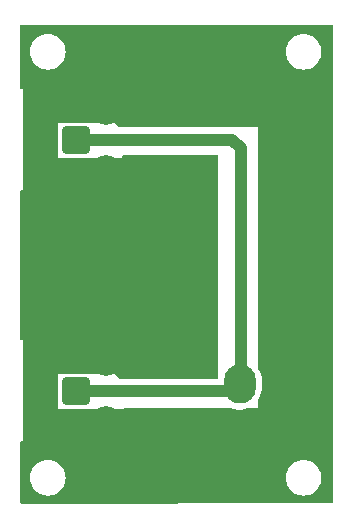
<source format=gbr>
%TF.GenerationSoftware,KiCad,Pcbnew,7.0.1*%
%TF.CreationDate,2023-11-03T16:47:46+00:00*%
%TF.ProjectId,SMA_Kondensator_Tets,534d415f-4b6f-46e6-9465-6e7361746f72,rev?*%
%TF.SameCoordinates,Original*%
%TF.FileFunction,Copper,L1,Top*%
%TF.FilePolarity,Positive*%
%FSLAX46Y46*%
G04 Gerber Fmt 4.6, Leading zero omitted, Abs format (unit mm)*
G04 Created by KiCad (PCBNEW 7.0.1) date 2023-11-03 16:47:46*
%MOMM*%
%LPD*%
G01*
G04 APERTURE LIST*
G04 Aperture macros list*
%AMRoundRect*
0 Rectangle with rounded corners*
0 $1 Rounding radius*
0 $2 $3 $4 $5 $6 $7 $8 $9 X,Y pos of 4 corners*
0 Add a 4 corners polygon primitive as box body*
4,1,4,$2,$3,$4,$5,$6,$7,$8,$9,$2,$3,0*
0 Add four circle primitives for the rounded corners*
1,1,$1+$1,$2,$3*
1,1,$1+$1,$4,$5*
1,1,$1+$1,$6,$7*
1,1,$1+$1,$8,$9*
0 Add four rect primitives between the rounded corners*
20,1,$1+$1,$2,$3,$4,$5,0*
20,1,$1+$1,$4,$5,$6,$7,0*
20,1,$1+$1,$6,$7,$8,$9,0*
20,1,$1+$1,$8,$9,$2,$3,0*%
G04 Aperture macros list end*
%TA.AperFunction,ComponentPad*%
%ADD10RoundRect,0.200100X0.949900X-0.949900X0.949900X0.949900X-0.949900X0.949900X-0.949900X-0.949900X0*%
%TD*%
%TA.AperFunction,ComponentPad*%
%ADD11C,2.500000*%
%TD*%
%TA.AperFunction,ComponentPad*%
%ADD12RoundRect,0.250001X1.099999X1.399999X-1.099999X1.399999X-1.099999X-1.399999X1.099999X-1.399999X0*%
%TD*%
%TA.AperFunction,ComponentPad*%
%ADD13O,2.700000X3.300000*%
%TD*%
%TA.AperFunction,SMDPad,CuDef*%
%ADD14RoundRect,0.250000X0.700000X-0.275000X0.700000X0.275000X-0.700000X0.275000X-0.700000X-0.275000X0*%
%TD*%
%TA.AperFunction,ViaPad*%
%ADD15C,0.800000*%
%TD*%
%TA.AperFunction,Conductor*%
%ADD16C,1.000000*%
%TD*%
%TA.AperFunction,Conductor*%
%ADD17C,2.000000*%
%TD*%
%TA.AperFunction,Conductor*%
%ADD18C,3.000000*%
%TD*%
%TA.AperFunction,Conductor*%
%ADD19C,0.250000*%
%TD*%
%TA.AperFunction,Conductor*%
%ADD20C,8.000000*%
%TD*%
G04 APERTURE END LIST*
D10*
%TO.P,J2,1,Pin_1*%
%TO.N,Net-(J1-Pin_1)*%
X117620000Y-68430000D03*
D11*
%TO.P,J2,2,Pin_2*%
%TO.N,GND*%
X115080000Y-70970000D03*
X120160000Y-70970000D03*
X115080000Y-65890000D03*
X120160000Y-65890000D03*
%TD*%
D10*
%TO.P,J1,1,Pin_1*%
%TO.N,Net-(J1-Pin_1)*%
X117650000Y-89680000D03*
D11*
%TO.P,J1,2,Pin_2*%
%TO.N,GND*%
X115110000Y-92220000D03*
X120190000Y-92220000D03*
X115110000Y-87140000D03*
X120190000Y-87140000D03*
%TD*%
D12*
%TO.P,J4,1,Pin_1*%
%TO.N,GND*%
X131530000Y-94640000D03*
D13*
%TO.P,J4,2,Pin_2*%
%TO.N,Net-(J1-Pin_1)*%
X131530000Y-89140000D03*
%TD*%
D14*
%TO.P,J3,1,Pin_1*%
%TO.N,GND*%
X125660000Y-92845000D03*
%TO.P,J3,2,Pin_2*%
%TO.N,Net-(J1-Pin_1)*%
X125660000Y-89695000D03*
%TD*%
D15*
%TO.N,GND*%
X125200000Y-95250000D03*
X127990000Y-95240000D03*
X117900000Y-95190000D03*
X119340000Y-95190000D03*
X126580000Y-95260000D03*
X122160000Y-95210000D03*
X120830000Y-95230000D03*
X123600000Y-95240000D03*
X123880000Y-83710000D03*
X115380000Y-81610000D03*
X126870000Y-83730000D03*
X126880000Y-81640000D03*
X116820000Y-81640000D03*
X121080000Y-81660000D03*
X125430000Y-83730000D03*
X118190000Y-83750000D03*
X115370000Y-83730000D03*
X116700000Y-83710000D03*
X122540000Y-81630000D03*
X121090000Y-83720000D03*
X119630000Y-83750000D03*
X118150000Y-81620000D03*
X123950000Y-81610000D03*
X119640000Y-81660000D03*
X122500000Y-83700000D03*
X125330000Y-81620000D03*
X124000000Y-79690000D03*
X115500000Y-77590000D03*
X126990000Y-79710000D03*
X127000000Y-77620000D03*
X116940000Y-77620000D03*
X121200000Y-77640000D03*
X125550000Y-79710000D03*
X118310000Y-79730000D03*
X115490000Y-79710000D03*
X116820000Y-79690000D03*
X122660000Y-77610000D03*
X121210000Y-79700000D03*
X119750000Y-79730000D03*
X118270000Y-77600000D03*
X124070000Y-77590000D03*
X119760000Y-77640000D03*
X122620000Y-79680000D03*
X125450000Y-77600000D03*
X123780000Y-75450000D03*
X115280000Y-73350000D03*
X126770000Y-75470000D03*
X126780000Y-73380000D03*
X116720000Y-73380000D03*
X120980000Y-73400000D03*
X125330000Y-75470000D03*
X118090000Y-75490000D03*
X115270000Y-75470000D03*
X116600000Y-75450000D03*
X122440000Y-73370000D03*
X120990000Y-75460000D03*
X119530000Y-75490000D03*
X118050000Y-73360000D03*
X123850000Y-73350000D03*
X119540000Y-73400000D03*
X122400000Y-75440000D03*
X125230000Y-73360000D03*
X136530000Y-77610000D03*
X136530000Y-69040000D03*
X136530000Y-83440000D03*
X136520000Y-71810000D03*
X136480000Y-92090000D03*
X136540000Y-67440000D03*
X136480000Y-74740000D03*
X136500000Y-80540000D03*
X136500000Y-89270000D03*
X136540000Y-86230000D03*
X136500000Y-70480000D03*
X136500000Y-63190000D03*
X136510000Y-76200000D03*
X136480000Y-73300000D03*
X136480000Y-93530000D03*
X136520000Y-78990000D03*
X136520000Y-90600000D03*
X136530000Y-87830000D03*
X136550000Y-84850000D03*
X136550000Y-66060000D03*
X136500000Y-81980000D03*
X136530000Y-64650000D03*
X126010000Y-63210000D03*
X118880000Y-63240000D03*
X121750000Y-63190000D03*
X117500000Y-63230000D03*
X123190000Y-63190000D03*
X120290000Y-63220000D03*
X133300000Y-63210000D03*
X134740000Y-63210000D03*
X131840000Y-63240000D03*
X130430000Y-63260000D03*
X127450000Y-63240000D03*
X129050000Y-63250000D03*
X124680000Y-63230000D03*
X114080000Y-82080000D03*
X114080000Y-74790000D03*
X114080000Y-73350000D03*
X114110000Y-76250000D03*
X114130000Y-77660000D03*
X114110000Y-80640000D03*
X114120000Y-79040000D03*
X114100000Y-83410000D03*
X125670000Y-98270000D03*
X118540000Y-98300000D03*
X121410000Y-98250000D03*
X117160000Y-98290000D03*
X122850000Y-98250000D03*
X119950000Y-98280000D03*
X132960000Y-98270000D03*
X134400000Y-98270000D03*
X131500000Y-98300000D03*
X130090000Y-98320000D03*
X127110000Y-98300000D03*
X128710000Y-98310000D03*
X124340000Y-98290000D03*
X138560000Y-90260000D03*
X138540000Y-94520000D03*
X138540000Y-93080000D03*
X138560000Y-82970000D03*
X138560000Y-81530000D03*
X138590000Y-84430000D03*
X138610000Y-85840000D03*
X138590000Y-88820000D03*
X138600000Y-87220000D03*
X138580000Y-91590000D03*
X138560000Y-71470000D03*
X138590000Y-78600000D03*
X138540000Y-75730000D03*
X138580000Y-79980000D03*
X138540000Y-74290000D03*
X138570000Y-77190000D03*
X138560000Y-64180000D03*
X138560000Y-62740000D03*
X138590000Y-65640000D03*
X138610000Y-67050000D03*
X138590000Y-70030000D03*
X138600000Y-68430000D03*
X138580000Y-72800000D03*
X134710000Y-59590000D03*
X130400000Y-59640000D03*
X133270000Y-59590000D03*
X129020000Y-59630000D03*
X131810000Y-59620000D03*
X124650000Y-59610000D03*
X123160000Y-59570000D03*
X127420000Y-59620000D03*
X125980000Y-59590000D03*
X118850000Y-59620000D03*
X121720000Y-59570000D03*
X117470000Y-59610000D03*
X120260000Y-59600000D03*
X133870000Y-84450000D03*
X129050000Y-70160000D03*
X126500000Y-66720000D03*
X129260000Y-83200000D03*
X133780000Y-72280000D03*
X132390000Y-91650000D03*
X125020000Y-88240000D03*
X123710000Y-66730000D03*
X133730000Y-71050000D03*
X129240000Y-75010000D03*
X127960000Y-66690000D03*
X126260000Y-70170000D03*
X125090000Y-66740000D03*
X133840000Y-77500000D03*
X133830000Y-73540000D03*
X133860000Y-83030000D03*
X133850000Y-76180000D03*
X134040000Y-90910000D03*
X132220000Y-66710000D03*
X123210000Y-91690000D03*
X123120000Y-88230000D03*
X133940000Y-88460000D03*
X133660000Y-66740000D03*
X129260000Y-77650000D03*
X133900000Y-78870000D03*
X129250000Y-76390000D03*
X133840000Y-74920000D03*
X133920000Y-80180000D03*
X133640000Y-68300000D03*
X129190000Y-73750000D03*
X129090000Y-71300000D03*
X129140000Y-72520000D03*
X129260000Y-80300000D03*
X130490000Y-91640000D03*
X126730000Y-88230000D03*
X129270000Y-84500000D03*
X124800000Y-70200000D03*
X129240000Y-85990000D03*
X129230000Y-87360000D03*
X133880000Y-81620000D03*
X129270000Y-81670000D03*
X133680000Y-69830000D03*
X129250000Y-78970000D03*
X127640000Y-70180000D03*
X123360000Y-70200000D03*
X129400000Y-66690000D03*
X128300000Y-91720000D03*
X133880000Y-85920000D03*
X125110000Y-91700000D03*
X128210000Y-88260000D03*
X130890000Y-66730000D03*
X126820000Y-91690000D03*
%TD*%
D16*
%TO.N,Net-(J1-Pin_1)*%
X123470000Y-89680000D02*
X117650000Y-89680000D01*
X131615000Y-89695000D02*
X131620000Y-89690000D01*
X131620000Y-89690000D02*
X131620000Y-69180000D01*
X125660000Y-89695000D02*
X131615000Y-89695000D01*
X126210000Y-89680000D02*
X123470000Y-89680000D01*
X123470000Y-89680000D02*
X125645000Y-89680000D01*
X130870000Y-68430000D02*
X117620000Y-68430000D01*
X131620000Y-69180000D02*
X130870000Y-68430000D01*
X125645000Y-89680000D02*
X125660000Y-89695000D01*
D17*
%TO.N,GND*%
X114530000Y-92820000D02*
X114470000Y-92880000D01*
D18*
X115470000Y-65500000D02*
X115080000Y-65890000D01*
D19*
X115110000Y-87140000D02*
X120190000Y-87140000D01*
D18*
X122000000Y-86760000D02*
X122310000Y-86760000D01*
X121580000Y-65500000D02*
X115470000Y-65500000D01*
D19*
X115080000Y-65890000D02*
X115080000Y-70970000D01*
D18*
X121760000Y-71400000D02*
X114620000Y-71400000D01*
D19*
X115110000Y-92220000D02*
X120190000Y-92220000D01*
X115110000Y-71000000D02*
X115080000Y-70970000D01*
X115110000Y-87140000D02*
X115110000Y-92220000D01*
D16*
X133320000Y-93880000D02*
X131930000Y-95270000D01*
D19*
X115080000Y-70970000D02*
X120160000Y-70970000D01*
D20*
X122640000Y-95260000D02*
X130125000Y-95260000D01*
D18*
X124630000Y-92710000D02*
X114830000Y-92710000D01*
X127180000Y-95260000D02*
X124630000Y-92710000D01*
D19*
X115110000Y-87140000D02*
X115110000Y-71000000D01*
D18*
X122310000Y-86760000D02*
X114860000Y-86760000D01*
X114610000Y-64695000D02*
X114610000Y-82165000D01*
D19*
X115080000Y-65890000D02*
X120160000Y-65890000D01*
D18*
X114630000Y-75180000D02*
X114630000Y-92650000D01*
D17*
X114860000Y-86760000D02*
X114800000Y-86820000D01*
%TD*%
%TA.AperFunction,Conductor*%
%TO.N,GND*%
G36*
X139357500Y-58702113D02*
G01*
X139402887Y-58747500D01*
X139419500Y-58809500D01*
X139419500Y-72421944D01*
X139360274Y-99106368D01*
X139343585Y-99168225D01*
X139298248Y-99213495D01*
X139236367Y-99230093D01*
X113044593Y-99249830D01*
X112982554Y-99233248D01*
X112937128Y-99187857D01*
X112920500Y-99125830D01*
X112920500Y-97059999D01*
X113750686Y-97059999D01*
X113769268Y-97296110D01*
X113824556Y-97526404D01*
X113879258Y-97658465D01*
X113915191Y-97745214D01*
X114038939Y-97947153D01*
X114192754Y-98127246D01*
X114372847Y-98281061D01*
X114574786Y-98404809D01*
X114738893Y-98472784D01*
X114793595Y-98495443D01*
X114866350Y-98512909D01*
X115023891Y-98550732D01*
X115260000Y-98569314D01*
X115496109Y-98550732D01*
X115726404Y-98495443D01*
X115945214Y-98404809D01*
X116147153Y-98281061D01*
X116327246Y-98127246D01*
X116481061Y-97947153D01*
X116604809Y-97745214D01*
X116695443Y-97526404D01*
X116750732Y-97296109D01*
X116769314Y-97060000D01*
X135400686Y-97060000D01*
X135419268Y-97296110D01*
X135474556Y-97526404D01*
X135529258Y-97658465D01*
X135565191Y-97745214D01*
X135688939Y-97947153D01*
X135842754Y-98127246D01*
X136022847Y-98281061D01*
X136224786Y-98404809D01*
X136388893Y-98472784D01*
X136443595Y-98495443D01*
X136516350Y-98512909D01*
X136673891Y-98550732D01*
X136910000Y-98569314D01*
X137146109Y-98550732D01*
X137376404Y-98495443D01*
X137595214Y-98404809D01*
X137797153Y-98281061D01*
X137977246Y-98127246D01*
X138131061Y-97947153D01*
X138254809Y-97745214D01*
X138345443Y-97526404D01*
X138400732Y-97296109D01*
X138419314Y-97060000D01*
X138400732Y-96823891D01*
X138348141Y-96604832D01*
X138345443Y-96593595D01*
X138310130Y-96508344D01*
X138254809Y-96374786D01*
X138131061Y-96172847D01*
X137977246Y-95992754D01*
X137797153Y-95838939D01*
X137595214Y-95715191D01*
X137497945Y-95674901D01*
X137376404Y-95624556D01*
X137146110Y-95569268D01*
X136910000Y-95550686D01*
X136673889Y-95569268D01*
X136443595Y-95624556D01*
X136262537Y-95699554D01*
X136224786Y-95715191D01*
X136023702Y-95838415D01*
X136022844Y-95838941D01*
X135842754Y-95992754D01*
X135688941Y-96172844D01*
X135688939Y-96172846D01*
X135688939Y-96172847D01*
X135565191Y-96374786D01*
X135551917Y-96406832D01*
X135474556Y-96593595D01*
X135419268Y-96823889D01*
X135400686Y-97060000D01*
X116769314Y-97060000D01*
X116750732Y-96823891D01*
X116698141Y-96604832D01*
X116695443Y-96593595D01*
X116660130Y-96508344D01*
X116604809Y-96374786D01*
X116481061Y-96172847D01*
X116327246Y-95992754D01*
X116147153Y-95838939D01*
X115945214Y-95715191D01*
X115847945Y-95674901D01*
X115726404Y-95624556D01*
X115496110Y-95569268D01*
X115260000Y-95550686D01*
X115023889Y-95569268D01*
X114793595Y-95624556D01*
X114612537Y-95699554D01*
X114574786Y-95715191D01*
X114373702Y-95838415D01*
X114372844Y-95838941D01*
X114192754Y-95992754D01*
X114038941Y-96172844D01*
X114038939Y-96172846D01*
X114038939Y-96172847D01*
X113915191Y-96374786D01*
X113901917Y-96406832D01*
X113824556Y-96593595D01*
X113769268Y-96823889D01*
X113750686Y-97059999D01*
X112920500Y-97059999D01*
X112920500Y-95699760D01*
X112920541Y-95699554D01*
X112920541Y-95650446D01*
X112920500Y-95650240D01*
X112920500Y-94890000D01*
X129680000Y-94890000D01*
X129680000Y-96089978D01*
X129690493Y-96192695D01*
X129745642Y-96359121D01*
X129837683Y-96508344D01*
X129961655Y-96632316D01*
X130110878Y-96724357D01*
X130277304Y-96779506D01*
X130380022Y-96790000D01*
X131280000Y-96790000D01*
X131280000Y-94890000D01*
X131780000Y-94890000D01*
X131780000Y-96790000D01*
X132679978Y-96790000D01*
X132782695Y-96779506D01*
X132949121Y-96724357D01*
X133098344Y-96632316D01*
X133222316Y-96508344D01*
X133314357Y-96359121D01*
X133369506Y-96192695D01*
X133380000Y-96089978D01*
X133380000Y-94890000D01*
X131780000Y-94890000D01*
X131280000Y-94890000D01*
X129680000Y-94890000D01*
X112920500Y-94890000D01*
X112920500Y-94390000D01*
X129680000Y-94390000D01*
X131280000Y-94390000D01*
X131280000Y-92490000D01*
X131780000Y-92490000D01*
X131780000Y-94390000D01*
X133380000Y-94390000D01*
X133380000Y-93190022D01*
X133369506Y-93087304D01*
X133314357Y-92920878D01*
X133222316Y-92771655D01*
X133098344Y-92647683D01*
X132949121Y-92555642D01*
X132782695Y-92500493D01*
X132679978Y-92490000D01*
X131780000Y-92490000D01*
X131280000Y-92490000D01*
X130380022Y-92490000D01*
X130277304Y-92500493D01*
X130110878Y-92555642D01*
X129961655Y-92647683D01*
X129837683Y-92771655D01*
X129745642Y-92920878D01*
X129690493Y-93087304D01*
X129680000Y-93190022D01*
X129680000Y-94390000D01*
X112920500Y-94390000D01*
X112920500Y-94050620D01*
X112934018Y-93994320D01*
X112971624Y-93950295D01*
X113025120Y-93928144D01*
X113082841Y-93932696D01*
X113132203Y-93962960D01*
X113149616Y-93980381D01*
X113149617Y-93980383D01*
X113149808Y-93980461D01*
X113149999Y-93980541D01*
X113150000Y-93980541D01*
X113150001Y-93980541D01*
X113150127Y-93980488D01*
X113150383Y-93980383D01*
X113150500Y-93980099D01*
X113150500Y-93622720D01*
X114060831Y-93622720D01*
X114232546Y-93739793D01*
X114468860Y-93853596D01*
X114719496Y-93930908D01*
X114978856Y-93970000D01*
X115241144Y-93970000D01*
X115500503Y-93930908D01*
X115751139Y-93853596D01*
X115987456Y-93739792D01*
X116159167Y-93622720D01*
X119140831Y-93622720D01*
X119312546Y-93739793D01*
X119548860Y-93853596D01*
X119799496Y-93930908D01*
X120058856Y-93970000D01*
X120321144Y-93970000D01*
X120580503Y-93930908D01*
X120831139Y-93853596D01*
X121067456Y-93739792D01*
X121239167Y-93622720D01*
X120189999Y-92573553D01*
X120189998Y-92573553D01*
X119140831Y-93622720D01*
X116159167Y-93622720D01*
X115109999Y-92573553D01*
X115109998Y-92573553D01*
X114060831Y-93622720D01*
X113150500Y-93622720D01*
X113150500Y-92599827D01*
X113164870Y-92541886D01*
X113204648Y-92497373D01*
X113260616Y-92476607D01*
X113319802Y-92484399D01*
X113368488Y-92518943D01*
X113395391Y-92572234D01*
X113433059Y-92737270D01*
X113528882Y-92981424D01*
X113660027Y-93208573D01*
X113707873Y-93268571D01*
X113707874Y-93268571D01*
X114756446Y-92220001D01*
X114756446Y-92220000D01*
X113707873Y-91171427D01*
X113660028Y-91231424D01*
X113528882Y-91458576D01*
X113433059Y-91702729D01*
X113395391Y-91867766D01*
X113368488Y-91921057D01*
X113319802Y-91955601D01*
X113260616Y-91963393D01*
X113204648Y-91942627D01*
X113164870Y-91898114D01*
X113150500Y-91840173D01*
X113150500Y-87519827D01*
X113164870Y-87461886D01*
X113204648Y-87417373D01*
X113260616Y-87396607D01*
X113319802Y-87404399D01*
X113368488Y-87438943D01*
X113395391Y-87492234D01*
X113433059Y-87657270D01*
X113528882Y-87901424D01*
X113660027Y-88128573D01*
X113707873Y-88188571D01*
X113707874Y-88188571D01*
X114756446Y-87140001D01*
X114756446Y-87140000D01*
X113707873Y-86091427D01*
X113660028Y-86151424D01*
X113528882Y-86378576D01*
X113433059Y-86622729D01*
X113395391Y-86787766D01*
X113368488Y-86841057D01*
X113319802Y-86875601D01*
X113260616Y-86883393D01*
X113204648Y-86862627D01*
X113164870Y-86818114D01*
X113150500Y-86760173D01*
X113150500Y-85737278D01*
X114060832Y-85737278D01*
X115110000Y-86786446D01*
X115110001Y-86786446D01*
X116159167Y-85737278D01*
X119140832Y-85737278D01*
X120190000Y-86786446D01*
X120190001Y-86786446D01*
X121239167Y-85737278D01*
X121067451Y-85620205D01*
X120831139Y-85506403D01*
X120580503Y-85429091D01*
X120321144Y-85390000D01*
X120058856Y-85390000D01*
X119799496Y-85429091D01*
X119548860Y-85506403D01*
X119312545Y-85620206D01*
X119140832Y-85737278D01*
X116159167Y-85737278D01*
X115987451Y-85620205D01*
X115751139Y-85506403D01*
X115500503Y-85429091D01*
X115241144Y-85390000D01*
X114978856Y-85390000D01*
X114719496Y-85429091D01*
X114468860Y-85506403D01*
X114232545Y-85620206D01*
X114060832Y-85737278D01*
X113150500Y-85737278D01*
X113150500Y-85379900D01*
X113150383Y-85379618D01*
X113150383Y-85379617D01*
X113150381Y-85379616D01*
X113150001Y-85379459D01*
X113149999Y-85379459D01*
X113149618Y-85379616D01*
X113132203Y-85397040D01*
X113082841Y-85427304D01*
X113025120Y-85431856D01*
X112971624Y-85409705D01*
X112934018Y-85365680D01*
X112920500Y-85309380D01*
X112920500Y-72830635D01*
X112934017Y-72774336D01*
X112971623Y-72730311D01*
X113025117Y-72708159D01*
X113082837Y-72712710D01*
X113096622Y-72721161D01*
X113096716Y-72720936D01*
X113119999Y-72730541D01*
X113120000Y-72730541D01*
X113120001Y-72730541D01*
X113120127Y-72730488D01*
X113120383Y-72730383D01*
X113120500Y-72730099D01*
X113120500Y-72372720D01*
X114030831Y-72372720D01*
X114202546Y-72489793D01*
X114438860Y-72603596D01*
X114689496Y-72680908D01*
X114948856Y-72720000D01*
X115211144Y-72720000D01*
X115470503Y-72680908D01*
X115721139Y-72603596D01*
X115957456Y-72489792D01*
X116129167Y-72372720D01*
X119110831Y-72372720D01*
X119282546Y-72489793D01*
X119518860Y-72603596D01*
X119769496Y-72680908D01*
X120028856Y-72720000D01*
X120291144Y-72720000D01*
X120550503Y-72680908D01*
X120801139Y-72603596D01*
X121037456Y-72489792D01*
X121209167Y-72372720D01*
X120160001Y-71323553D01*
X120160000Y-71323553D01*
X119110831Y-72372720D01*
X116129167Y-72372720D01*
X115080001Y-71323553D01*
X115080000Y-71323553D01*
X114030831Y-72372720D01*
X113120500Y-72372720D01*
X113120500Y-71349827D01*
X113134870Y-71291886D01*
X113174648Y-71247373D01*
X113230616Y-71226607D01*
X113289802Y-71234399D01*
X113338488Y-71268943D01*
X113365391Y-71322234D01*
X113403059Y-71487270D01*
X113498882Y-71731424D01*
X113630027Y-71958573D01*
X113677873Y-72018571D01*
X113677874Y-72018571D01*
X114726446Y-70970001D01*
X114726446Y-70969999D01*
X113677873Y-69921427D01*
X113630028Y-69981424D01*
X113498882Y-70208576D01*
X113403059Y-70452729D01*
X113365391Y-70617766D01*
X113338488Y-70671057D01*
X113289802Y-70705601D01*
X113230616Y-70713393D01*
X113174648Y-70692627D01*
X113134870Y-70648114D01*
X113120500Y-70590173D01*
X113120500Y-69567278D01*
X114030831Y-69567278D01*
X116482124Y-72018571D01*
X116529972Y-71958572D01*
X116661117Y-71731423D01*
X116756940Y-71487270D01*
X116815306Y-71231552D01*
X116834907Y-70969999D01*
X116815306Y-70708447D01*
X116756941Y-70452735D01*
X116677297Y-70249802D01*
X116669506Y-70190616D01*
X116690273Y-70134648D01*
X116734785Y-70094870D01*
X116792726Y-70080500D01*
X118447274Y-70080500D01*
X118505215Y-70094870D01*
X118549727Y-70134648D01*
X118570494Y-70190616D01*
X118562703Y-70249802D01*
X118483058Y-70452735D01*
X118424693Y-70708447D01*
X118405092Y-70969999D01*
X118424693Y-71231552D01*
X118483059Y-71487270D01*
X118578882Y-71731424D01*
X118710027Y-71958573D01*
X118757873Y-72018571D01*
X120072318Y-70704127D01*
X120127905Y-70672033D01*
X120192093Y-70672033D01*
X120247680Y-70704127D01*
X121562124Y-72018571D01*
X121609972Y-71958572D01*
X121741117Y-71731423D01*
X121836940Y-71487270D01*
X121895306Y-71231552D01*
X121914907Y-70969999D01*
X121895306Y-70708447D01*
X121836940Y-70452729D01*
X121741117Y-70208575D01*
X121609970Y-69981422D01*
X121570009Y-69931312D01*
X121543736Y-69867883D01*
X121555236Y-69800198D01*
X121600984Y-69749006D01*
X121666956Y-69730000D01*
X129565935Y-69730000D01*
X129627954Y-69746624D01*
X129673344Y-69792038D01*
X129689934Y-69854063D01*
X129688425Y-72720936D01*
X129680078Y-88570565D01*
X129663443Y-88632538D01*
X129618059Y-88677898D01*
X129556078Y-88694500D01*
X126576562Y-88694500D01*
X126537558Y-88688206D01*
X126525269Y-88684134D01*
X126512795Y-88680000D01*
X126410009Y-88669500D01*
X124909991Y-88669500D01*
X124818393Y-88678858D01*
X124805792Y-88679500D01*
X123571741Y-88679500D01*
X121362513Y-88679500D01*
X121297197Y-88660903D01*
X121251472Y-88610690D01*
X121239055Y-88543923D01*
X121239167Y-88542720D01*
X120190000Y-87493553D01*
X119836448Y-87140001D01*
X120543553Y-87140001D01*
X121592124Y-88188571D01*
X121639972Y-88128572D01*
X121771117Y-87901423D01*
X121866940Y-87657270D01*
X121925306Y-87401552D01*
X121944907Y-87139999D01*
X121925306Y-86878447D01*
X121866940Y-86622729D01*
X121771117Y-86378575D01*
X121639972Y-86151426D01*
X121592125Y-86091427D01*
X120543553Y-87140000D01*
X120543553Y-87140001D01*
X119836448Y-87140001D01*
X118787874Y-86091428D01*
X118740026Y-86151428D01*
X118608882Y-86378576D01*
X118513059Y-86622729D01*
X118454693Y-86878447D01*
X118435092Y-87139999D01*
X118454693Y-87401552D01*
X118513058Y-87657264D01*
X118592703Y-87860198D01*
X118600494Y-87919384D01*
X118579727Y-87975352D01*
X118535215Y-88015130D01*
X118477274Y-88029500D01*
X116822726Y-88029500D01*
X116764785Y-88015130D01*
X116720273Y-87975352D01*
X116699506Y-87919384D01*
X116707297Y-87860198D01*
X116786941Y-87657264D01*
X116845306Y-87401552D01*
X116864907Y-87139999D01*
X116845306Y-86878447D01*
X116786940Y-86622729D01*
X116691117Y-86378575D01*
X116559972Y-86151426D01*
X116512125Y-86091427D01*
X115110000Y-87493553D01*
X114060831Y-88542720D01*
X114232546Y-88659793D01*
X114468860Y-88773596D01*
X114719496Y-88850908D01*
X114978856Y-88890000D01*
X115241144Y-88890000D01*
X115500503Y-88850908D01*
X115751142Y-88773595D01*
X115821699Y-88739618D01*
X115882453Y-88727533D01*
X115941472Y-88746344D01*
X115984028Y-88791357D01*
X115999500Y-88851338D01*
X115999500Y-90508662D01*
X115984028Y-90568643D01*
X115941472Y-90613656D01*
X115882453Y-90632467D01*
X115821699Y-90620382D01*
X115751142Y-90586404D01*
X115500503Y-90509091D01*
X115241144Y-90470000D01*
X114978856Y-90470000D01*
X114719496Y-90509091D01*
X114468860Y-90586403D01*
X114232545Y-90700206D01*
X114060831Y-90817278D01*
X116512124Y-93268571D01*
X116559972Y-93208572D01*
X116691117Y-92981423D01*
X116786940Y-92737270D01*
X116845306Y-92481552D01*
X116864907Y-92220000D01*
X116845306Y-91958447D01*
X116786941Y-91702735D01*
X116707297Y-91499802D01*
X116699506Y-91440616D01*
X116720273Y-91384648D01*
X116764785Y-91344870D01*
X116822726Y-91330500D01*
X118477274Y-91330500D01*
X118535215Y-91344870D01*
X118579727Y-91384648D01*
X118600494Y-91440616D01*
X118592703Y-91499802D01*
X118513058Y-91702735D01*
X118454693Y-91958447D01*
X118435092Y-92220000D01*
X118454693Y-92481552D01*
X118513059Y-92737270D01*
X118608882Y-92981424D01*
X118740027Y-93208573D01*
X118787873Y-93268571D01*
X120102318Y-91954127D01*
X120157905Y-91922033D01*
X120222093Y-91922033D01*
X120277680Y-91954127D01*
X121592124Y-93268571D01*
X121639972Y-93208572D01*
X121705543Y-93095000D01*
X124210001Y-93095000D01*
X124210001Y-93169979D01*
X124220493Y-93272695D01*
X124275642Y-93439122D01*
X124367683Y-93588345D01*
X124491654Y-93712316D01*
X124640877Y-93804357D01*
X124807303Y-93859506D01*
X124910021Y-93870000D01*
X125410000Y-93870000D01*
X125410000Y-93095000D01*
X125910000Y-93095000D01*
X125910000Y-93869999D01*
X126409979Y-93869999D01*
X126512695Y-93859506D01*
X126679122Y-93804357D01*
X126828345Y-93712316D01*
X126952316Y-93588345D01*
X127044357Y-93439122D01*
X127099506Y-93272696D01*
X127110000Y-93169979D01*
X127110000Y-93095000D01*
X125910000Y-93095000D01*
X125410000Y-93095000D01*
X124210001Y-93095000D01*
X121705543Y-93095000D01*
X121771117Y-92981423D01*
X121866940Y-92737270D01*
X121899412Y-92595000D01*
X124210000Y-92595000D01*
X125410000Y-92595000D01*
X125410000Y-91820001D01*
X124910021Y-91820001D01*
X124807304Y-91830493D01*
X124640877Y-91885642D01*
X124491654Y-91977683D01*
X124367683Y-92101654D01*
X124275642Y-92250877D01*
X124220493Y-92417303D01*
X124210000Y-92520021D01*
X124210000Y-92595000D01*
X121899412Y-92595000D01*
X121925306Y-92481552D01*
X121944907Y-92220000D01*
X121925306Y-91958447D01*
X121893706Y-91820000D01*
X125910000Y-91820000D01*
X125910000Y-92595000D01*
X127109999Y-92595000D01*
X127109999Y-92520021D01*
X127099506Y-92417304D01*
X127044357Y-92250877D01*
X126952316Y-92101654D01*
X126828345Y-91977683D01*
X126679122Y-91885642D01*
X126512696Y-91830493D01*
X126409979Y-91820000D01*
X125910000Y-91820000D01*
X121893706Y-91820000D01*
X121866940Y-91702729D01*
X121771117Y-91458576D01*
X121693668Y-91324430D01*
X121677055Y-91262453D01*
X121693645Y-91200470D01*
X121738995Y-91155078D01*
X121800957Y-91138431D01*
X130743234Y-91131722D01*
X130800026Y-91145445D01*
X130804325Y-91147656D01*
X131049867Y-91231424D01*
X131060695Y-91235118D01*
X131327066Y-91284319D01*
X131597764Y-91294212D01*
X131597764Y-91294211D01*
X131597765Y-91294212D01*
X131867018Y-91264586D01*
X132129088Y-91196072D01*
X132243019Y-91147656D01*
X132260035Y-91140425D01*
X132308438Y-91130548D01*
X133040000Y-91130000D01*
X133039268Y-90549963D01*
X133044503Y-90514158D01*
X133059851Y-90481391D01*
X133148044Y-90348090D01*
X133263020Y-90102824D01*
X133341060Y-89843431D01*
X133380500Y-89575439D01*
X133380500Y-88772369D01*
X133377218Y-88727533D01*
X133365677Y-88569843D01*
X133306780Y-88305449D01*
X133306780Y-88305447D01*
X133210014Y-88052442D01*
X133077441Y-87816223D01*
X133061553Y-87795648D01*
X133042367Y-87759976D01*
X133035700Y-87720024D01*
X133009999Y-67330000D01*
X133009999Y-67329999D01*
X121324227Y-67356141D01*
X121276625Y-67346755D01*
X121236269Y-67319822D01*
X120160000Y-66243553D01*
X119806447Y-65890000D01*
X120513553Y-65890000D01*
X121562124Y-66938571D01*
X121609972Y-66878572D01*
X121741117Y-66651423D01*
X121836940Y-66407270D01*
X121895306Y-66151552D01*
X121914907Y-65890000D01*
X121895306Y-65628447D01*
X121836940Y-65372729D01*
X121741117Y-65128575D01*
X121609972Y-64901426D01*
X121562125Y-64841427D01*
X120513553Y-65890000D01*
X119806447Y-65890000D01*
X118757874Y-64841428D01*
X118710026Y-64901428D01*
X118578882Y-65128576D01*
X118483059Y-65372729D01*
X118424693Y-65628447D01*
X118405092Y-65890000D01*
X118424693Y-66151552D01*
X118483058Y-66407264D01*
X118562703Y-66610198D01*
X118570494Y-66669384D01*
X118549727Y-66725352D01*
X118505215Y-66765130D01*
X118447274Y-66779500D01*
X116792726Y-66779500D01*
X116734785Y-66765130D01*
X116690273Y-66725352D01*
X116669506Y-66669384D01*
X116677297Y-66610198D01*
X116756941Y-66407264D01*
X116815306Y-66151552D01*
X116834907Y-65890000D01*
X116815306Y-65628447D01*
X116756940Y-65372729D01*
X116661117Y-65128575D01*
X116529972Y-64901426D01*
X116482125Y-64841427D01*
X115080000Y-66243553D01*
X114030831Y-67292720D01*
X114202546Y-67409793D01*
X114438860Y-67523596D01*
X114689496Y-67600908D01*
X114948856Y-67640000D01*
X115211144Y-67640000D01*
X115470503Y-67600908D01*
X115721142Y-67523595D01*
X115791699Y-67489618D01*
X115852453Y-67477533D01*
X115911472Y-67496344D01*
X115954028Y-67541357D01*
X115969500Y-67601338D01*
X115969500Y-69258662D01*
X115954028Y-69318643D01*
X115911472Y-69363656D01*
X115852453Y-69382467D01*
X115791699Y-69370382D01*
X115721142Y-69336404D01*
X115470503Y-69259091D01*
X115211144Y-69220000D01*
X114948856Y-69220000D01*
X114689496Y-69259091D01*
X114438860Y-69336403D01*
X114202545Y-69450206D01*
X114030831Y-69567278D01*
X113120500Y-69567278D01*
X113120500Y-66269827D01*
X113134870Y-66211886D01*
X113174648Y-66167373D01*
X113230616Y-66146607D01*
X113289802Y-66154399D01*
X113338488Y-66188943D01*
X113365391Y-66242234D01*
X113403059Y-66407270D01*
X113498882Y-66651424D01*
X113630027Y-66878573D01*
X113677873Y-66938571D01*
X113677874Y-66938571D01*
X114726446Y-65890001D01*
X114726446Y-65889999D01*
X113677873Y-64841427D01*
X113630028Y-64901424D01*
X113498882Y-65128576D01*
X113403059Y-65372729D01*
X113365391Y-65537766D01*
X113338488Y-65591057D01*
X113289802Y-65625601D01*
X113230616Y-65633393D01*
X113174648Y-65612627D01*
X113134870Y-65568114D01*
X113120500Y-65510173D01*
X113120500Y-64487278D01*
X114030832Y-64487278D01*
X115080000Y-65536446D01*
X115080001Y-65536446D01*
X116129167Y-64487278D01*
X119110832Y-64487278D01*
X120160000Y-65536446D01*
X120160001Y-65536446D01*
X121209167Y-64487278D01*
X121037451Y-64370205D01*
X120801139Y-64256403D01*
X120550503Y-64179091D01*
X120291144Y-64140000D01*
X120028856Y-64140000D01*
X119769496Y-64179091D01*
X119518860Y-64256403D01*
X119282545Y-64370206D01*
X119110832Y-64487278D01*
X116129167Y-64487278D01*
X115957451Y-64370205D01*
X115721139Y-64256403D01*
X115470503Y-64179091D01*
X115211144Y-64140000D01*
X114948856Y-64140000D01*
X114689496Y-64179091D01*
X114438860Y-64256403D01*
X114202545Y-64370206D01*
X114030832Y-64487278D01*
X113120500Y-64487278D01*
X113120500Y-64129900D01*
X113120441Y-64129758D01*
X113120383Y-64129617D01*
X113120381Y-64129616D01*
X113120001Y-64129459D01*
X113119999Y-64129459D01*
X113096716Y-64139064D01*
X113096622Y-64138838D01*
X113082837Y-64147290D01*
X113025117Y-64151841D01*
X112971623Y-64129689D01*
X112934017Y-64085664D01*
X112920500Y-64029365D01*
X112920500Y-60999999D01*
X113750686Y-60999999D01*
X113769268Y-61236110D01*
X113824556Y-61466404D01*
X113879258Y-61598465D01*
X113915191Y-61685214D01*
X114038939Y-61887153D01*
X114192754Y-62067246D01*
X114372847Y-62221061D01*
X114574786Y-62344809D01*
X114738893Y-62412784D01*
X114793595Y-62435443D01*
X114866350Y-62452909D01*
X115023891Y-62490732D01*
X115260000Y-62509314D01*
X115496109Y-62490732D01*
X115726404Y-62435443D01*
X115945214Y-62344809D01*
X116147153Y-62221061D01*
X116327246Y-62067246D01*
X116481061Y-61887153D01*
X116604809Y-61685214D01*
X116695443Y-61466404D01*
X116750732Y-61236109D01*
X116769314Y-61000000D01*
X135400686Y-61000000D01*
X135419268Y-61236110D01*
X135474556Y-61466404D01*
X135529258Y-61598465D01*
X135565191Y-61685214D01*
X135688939Y-61887153D01*
X135842754Y-62067246D01*
X136022847Y-62221061D01*
X136224786Y-62344809D01*
X136388893Y-62412784D01*
X136443595Y-62435443D01*
X136516350Y-62452909D01*
X136673891Y-62490732D01*
X136910000Y-62509314D01*
X137146109Y-62490732D01*
X137376404Y-62435443D01*
X137595214Y-62344809D01*
X137797153Y-62221061D01*
X137977246Y-62067246D01*
X138131061Y-61887153D01*
X138254809Y-61685214D01*
X138345443Y-61466404D01*
X138400732Y-61236109D01*
X138419314Y-61000000D01*
X138400732Y-60763891D01*
X138348141Y-60544832D01*
X138345443Y-60533595D01*
X138322784Y-60478893D01*
X138254809Y-60314786D01*
X138131061Y-60112847D01*
X137977246Y-59932754D01*
X137797153Y-59778939D01*
X137595214Y-59655191D01*
X137508465Y-59619258D01*
X137376404Y-59564556D01*
X137146110Y-59509268D01*
X136910000Y-59490686D01*
X136673889Y-59509268D01*
X136443595Y-59564556D01*
X136256832Y-59641916D01*
X136224786Y-59655191D01*
X136023702Y-59778415D01*
X136022844Y-59778941D01*
X135842754Y-59932754D01*
X135688941Y-60112844D01*
X135688939Y-60112846D01*
X135688939Y-60112847D01*
X135565191Y-60314786D01*
X135551916Y-60346832D01*
X135474556Y-60533595D01*
X135419268Y-60763889D01*
X135400686Y-61000000D01*
X116769314Y-61000000D01*
X116750732Y-60763891D01*
X116698141Y-60544832D01*
X116695443Y-60533595D01*
X116672784Y-60478893D01*
X116604809Y-60314786D01*
X116481061Y-60112847D01*
X116327246Y-59932754D01*
X116147153Y-59778939D01*
X115945214Y-59655191D01*
X115858465Y-59619258D01*
X115726404Y-59564556D01*
X115496110Y-59509268D01*
X115260000Y-59490686D01*
X115023889Y-59509268D01*
X114793595Y-59564556D01*
X114606832Y-59641916D01*
X114574786Y-59655191D01*
X114373702Y-59778415D01*
X114372844Y-59778941D01*
X114192754Y-59932754D01*
X114038941Y-60112844D01*
X114038939Y-60112846D01*
X114038939Y-60112847D01*
X113915191Y-60314786D01*
X113901916Y-60346832D01*
X113824556Y-60533595D01*
X113769268Y-60763889D01*
X113750686Y-60999999D01*
X112920500Y-60999999D01*
X112920500Y-60629760D01*
X112920541Y-60629554D01*
X112920541Y-60580446D01*
X112920500Y-60580240D01*
X112920500Y-58813953D01*
X112937105Y-58751966D01*
X112982473Y-58706581D01*
X113044452Y-58689953D01*
X124858500Y-58685500D01*
X139295500Y-58685500D01*
X139357500Y-58702113D01*
G37*
%TD.AperFunction*%
%TD*%
M02*

</source>
